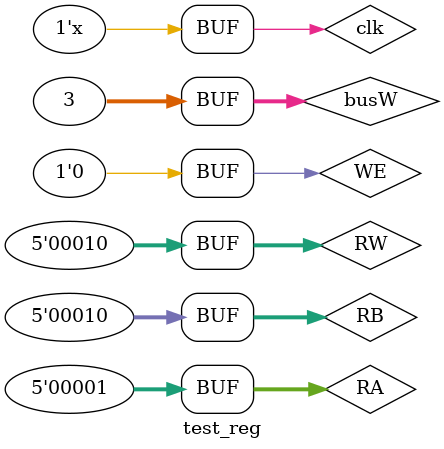
<source format=v>
module test_reg();
    reg [31:0] busW;
    reg clk, WE;
    reg [4:0] RW, RA, RB;
    wire [31:0] busA, busB;
   
   registers reg1(.busW(busW), .clk(clk), .WE(WE), .RW(RW), .RA(RA), .RB(RB), .busA(busA), .busB(busB));
   initial
   begin
   clk = 0;
   WE = 1;
   RW = 5'b1;
   RA = 5'b1;
   RB = 5'b10;
   busW = 32'b111111;
   #10 
   RW = 5'b10;
   busW = 32'b11;
   #10
   WE = 0;   
   end
   always #5 clk = ~clk;
   
endmodule

</source>
